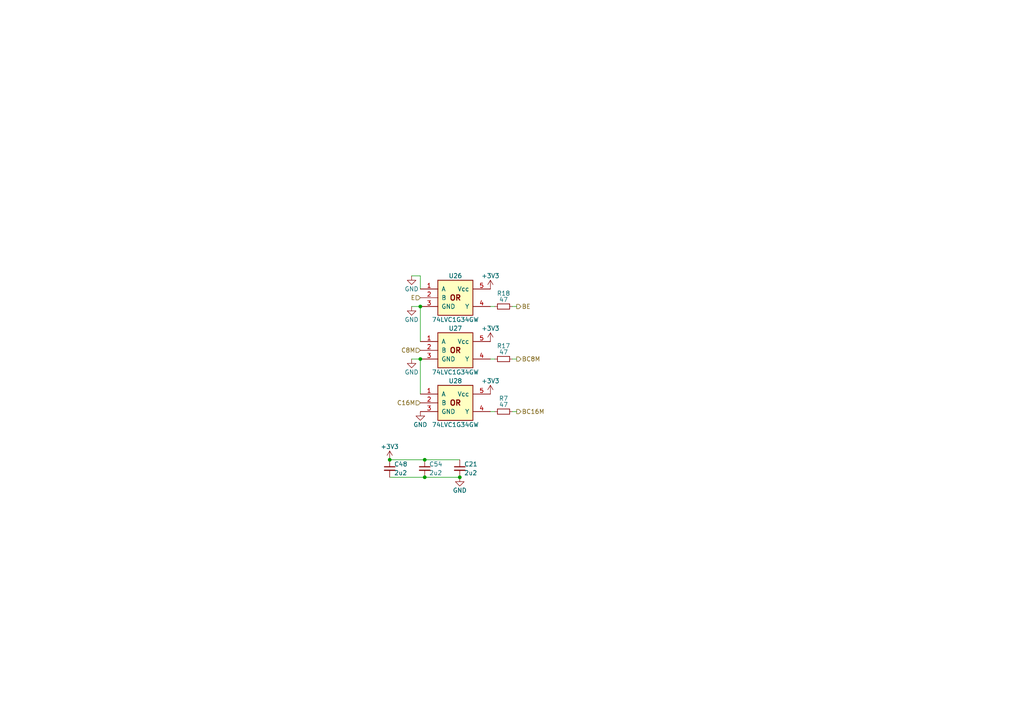
<source format=kicad_sch>
(kicad_sch (version 20231120) (generator "eeschema") (generator_version "8.0")
  (paper "A4")
  (title_block (title "WarpSE (GW4410A)") (date "2024-04-23") (rev "1.0") (company "Garrett's Workshop"))
  (lib_symbols
    (symbol "Device:C_Small" (pin_numbers hide) (pin_names (offset 0.254) hide)
      (property "Reference" "C" (at 0.254 1.778 0))
      (property "Value" "C_Small" (at 0.254 -2.032 0))
      (symbol "C_Small_0_1"
        (polyline (pts (xy -1.524 -0.508) (xy 1.524 -0.508)) (stroke (width 0.3302)))
        (polyline (pts (xy -1.524 0.508) (xy 1.524 0.508)) (stroke (width 0.3048)))
      )
      (symbol "C_Small_1_1"
        (pin passive line (at 0 2.54 270) (length 2.032) (name "~") (number "1"))
        (pin passive line (at 0 -2.54 90) (length 2.032) (name "~") (number "2"))
      )
    )
    (symbol "Device:R_Small" (pin_numbers hide) (pin_names (offset 0.254) hide)
      (property "Reference" "R" (at 0.762 0.508 0))
      (property "Value" "R_Small" (at 0.762 -1.016 0))
      (symbol "R_Small_0_1"
        (rectangle (start -0.762 1.778) (end 0.762 -1.778) (stroke (width 0.2032)))
      )
      (symbol "R_Small_1_1"
        (pin passive line (at 0 2.54 270) (length 0.762) (name "~") (number "1"))
        (pin passive line (at 0 -2.54 90) (length 0.762) (name "~") (number "2"))
      )
    )
    (symbol "GW_Logic:741G32GW" (pin_names (offset 1.016))
      (property "Reference" "U" (at 0 6.35 0))
      (property "Value" "741G32GW" (at 0 -6.35 0))
      (symbol "741G32GW_0_1"
        (rectangle (start -5.08 5.08) (end 5.08 -5.08) (stroke (width 0.254)) (fill (type background)))
      )
      (symbol "741G32GW_1_1"
        (text "OR" (at 0 0 0) (effects (font (size 1.524 1.524) (bold yes))))
        (pin input line (at -10.16 2.54 0) (length 5.08) (name "A") (number "1"))
        (pin input line (at -10.16 0 0) (length 5.08) (name "B") (number "2"))
        (pin power_in line (at -10.16 -2.54 0) (length 5.08) (name "GND") (number "3"))
        (pin output line (at 10.16 -2.54 180) (length 5.08) (name "Y") (number "4"))
        (pin power_in line (at 10.16 2.54 180) (length 5.08) (name "Vcc") (number "5"))
      )
    )
    (symbol "power:+3V3" (power) (pin_names (offset 0))
      (property "Value" "+3V3" (at 0 3.556 0))
      (symbol "+3V3_0_1"
        (polyline (pts (xy -0.762 1.27) (xy 0 2.54)))
        (polyline (pts (xy 0 0) (xy 0 2.54)))
        (polyline (pts (xy 0 2.54) (xy 0.762 1.27)))
      )
      (symbol "+3V3_1_1"
        (pin power_in line (at 0 0 90) (length 0) hide (name "+3V3") (number "1"))
      )
    )
    (symbol "power:GND" (power) (pin_names (offset 0))
      (property "Value" "GND" (at 0 -3.81 0))
      (symbol "GND_0_1"
        (polyline (pts (xy 0 0) (xy 0 -1.27) (xy 1.27 -1.27) (xy 0 -2.54) (xy -1.27 -1.27) (xy 0 -1.27)))
      )
      (symbol "GND_1_1"
        (pin power_in line (at 0 0 270) (length 0) hide (name "GND") (number "1"))
      )
    )
  )
  (junction (at 113.03 133.35))
  (junction (at 133.35 138.43))
  (junction (at 121.92 104.14))
  (junction (at 123.19 133.35))
  (junction (at 121.92 88.9))
  (junction (at 123.19 138.43))
  (wire (pts (xy 119.38 80.01) (xy 121.92 80.01)))
  (wire (pts (xy 123.19 133.35) (xy 133.35 133.35)))
  (wire (pts (xy 121.92 80.01) (xy 121.92 83.82)))
  (wire (pts (xy 143.51 119.38) (xy 142.24 119.38)))
  (wire (pts (xy 123.19 138.43) (xy 133.35 138.43)))
  (wire (pts (xy 143.51 88.9) (xy 142.24 88.9)))
  (wire (pts (xy 143.51 104.14) (xy 142.24 104.14)))
  (wire (pts (xy 113.03 138.43) (xy 123.19 138.43)))
  (wire (pts (xy 121.92 104.14) (xy 121.92 114.3)))
  (wire (pts (xy 119.38 88.9) (xy 121.92 88.9)))
  (wire (pts (xy 121.92 88.9) (xy 121.92 99.06)))
  (wire (pts (xy 149.86 119.38) (xy 148.59 119.38)))
  (wire (pts (xy 119.38 104.14) (xy 121.92 104.14)))
  (wire (pts (xy 113.03 133.35) (xy 123.19 133.35)))
  (wire (pts (xy 149.86 88.9) (xy 148.59 88.9)))
  (wire (pts (xy 149.86 104.14) (xy 148.59 104.14)))
  (hierarchical_label "BE" (shape output) (at 149.86 88.9 0))
  (hierarchical_label "BC16M" (shape output) (at 149.86 119.38 0))
  (hierarchical_label "C16M" (shape input) (at 121.92 116.84 180))
  (hierarchical_label "E" (shape input) (at 121.92 86.36 180))
  (hierarchical_label "BC8M" (shape output) (at 149.86 104.14 0))
  (hierarchical_label "C8M" (shape input) (at 121.92 101.6 180))
  (symbol (lib_id "Device:C_Small") (at 113.03 135.89 0) (unit 1)
    (property "Reference" "C48" (at 114.3 134.62 0) (effects (justify left)))
    (property "Value" "2u2" (at 114.3 137.16 0) (effects (justify left)))
    (property "Footprint" "stdpads:C_0603" (effects (hide yes)))
    (property "LCSC Part" "C23630" (effects (hide yes)))
  )
  (symbol (lib_id "GW_Logic:741G32GW") (at 132.08 101.6 0) (unit 1)
    (property "Reference" "U27" (at 132.08 95.25 0))
    (property "Value" "74LVC1G34GW" (at 132.08 107.95 0))
    (property "Footprint" "stdpads:SOT-353" (effects (hide yes)))
    (property "LCSC Part" "C455045" (effects (hide yes)))
  )
  (symbol (lib_id "Device:R_Small") (at 146.05 88.9 270) (unit 1)
    (property "Reference" "R18" (at 146.05 85.09 90))
    (property "Value" "47" (at 146.05 87.63 90) (effects (justify bottom)))
    (property "Footprint" "stdpads:R_0603" (effects (hide yes)))
    (property "LCSC Part" "C23182" (effects (hide yes)))
  )
  (symbol (lib_id "power:GND") (at 121.92 119.38 0) (unit 1)
    (property "Reference" "#PWR02" (effects (hide yes)))
    (property "Value" "GND" (at 121.92 123.19 0))
  )
  (symbol (lib_id "power:GND") (at 133.35 138.43 0) (mirror y) (unit 1)
    (property "Reference" "#PWR019" (effects (hide yes)))
    (property "Value" "GND" (at 133.35 142.24 0))
  )
  (symbol (lib_id "Device:C_Small") (at 133.35 135.89 0) (unit 1)
    (property "Reference" "C21" (at 134.62 134.62 0) (effects (justify left)))
    (property "Value" "2u2" (at 134.62 137.16 0) (effects (justify left)))
    (property "Footprint" "stdpads:C_0603" (effects (hide yes)))
    (property "LCSC Part" "C23630" (effects (hide yes)))
  )
  (symbol (lib_id "Device:R_Small") (at 146.05 104.14 270) (unit 1)
    (property "Reference" "R17" (at 146.05 100.33 90))
    (property "Value" "47" (at 146.05 102.87 90) (effects (justify bottom)))
    (property "Footprint" "stdpads:R_0603" (effects (hide yes)))
    (property "LCSC Part" "C23182" (effects (hide yes)))
  )
  (symbol (lib_id "power:GND") (at 119.38 88.9 0) (unit 1)
    (property "Reference" "#PWR06" (effects (hide yes)))
    (property "Value" "GND" (at 119.38 92.71 0))
  )
  (symbol (lib_id "Device:C_Small") (at 123.19 135.89 0) (unit 1)
    (property "Reference" "C54" (at 124.46 134.62 0) (effects (justify left)))
    (property "Value" "2u2" (at 124.46 137.16 0) (effects (justify left)))
    (property "Footprint" "stdpads:C_0603" (effects (hide yes)))
    (property "LCSC Part" "C23630" (effects (hide yes)))
  )
  (symbol (lib_id "power:+3V3") (at 113.03 133.35 0) (unit 1)
    (property "Reference" "#PWR018" (effects (hide yes)))
    (property "Value" "+3V3" (at 113.03 129.54 0))
  )
  (symbol (lib_id "GW_Logic:741G32GW") (at 132.08 86.36 0) (unit 1)
    (property "Reference" "U26" (at 132.08 80.01 0))
    (property "Value" "74LVC1G34GW" (at 132.08 92.71 0))
    (property "Footprint" "stdpads:SOT-353" (effects (hide yes)))
    (property "LCSC Part" "C455045" (effects (hide yes)))
  )
  (symbol (lib_id "GW_Logic:741G32GW") (at 132.08 116.84 0) (unit 1)
    (property "Reference" "U28" (at 132.08 110.49 0))
    (property "Value" "74LVC1G34GW" (at 132.08 123.19 0))
    (property "Footprint" "stdpads:SOT-353" (effects (hide yes)))
    (property "LCSC Part" "C455045" (effects (hide yes)))
  )
  (symbol (lib_id "power:GND") (at 119.38 80.01 0) (unit 1)
    (property "Reference" "#PWR028" (effects (hide yes)))
    (property "Value" "GND" (at 119.38 83.82 0))
  )
  (symbol (lib_id "power:GND") (at 119.38 104.14 0) (unit 1)
    (property "Reference" "#PWR04" (effects (hide yes)))
    (property "Value" "GND" (at 119.38 107.95 0))
  )
  (symbol (lib_id "power:+3V3") (at 142.24 114.3 0) (unit 1)
    (property "Reference" "#PWR017" (effects (hide yes)))
    (property "Value" "+3V3" (at 142.24 110.49 0))
  )
  (symbol (lib_id "power:+3V3") (at 142.24 99.06 0) (unit 1)
    (property "Reference" "#PWR013" (effects (hide yes)))
    (property "Value" "+3V3" (at 142.24 95.25 0))
  )
  (symbol (lib_id "Device:R_Small") (at 146.05 119.38 270) (unit 1)
    (property "Reference" "R7" (at 146.05 115.57 90))
    (property "Value" "47" (at 146.05 118.11 90) (effects (justify bottom)))
    (property "Footprint" "stdpads:R_0603" (effects (hide yes)))
    (property "LCSC Part" "C23182" (effects (hide yes)))
  )
  (symbol (lib_id "power:+3V3") (at 142.24 83.82 0) (unit 1)
    (property "Reference" "#PWR016" (effects (hide yes)))
    (property "Value" "+3V3" (at 142.24 80.01 0))
  )
)
</source>
